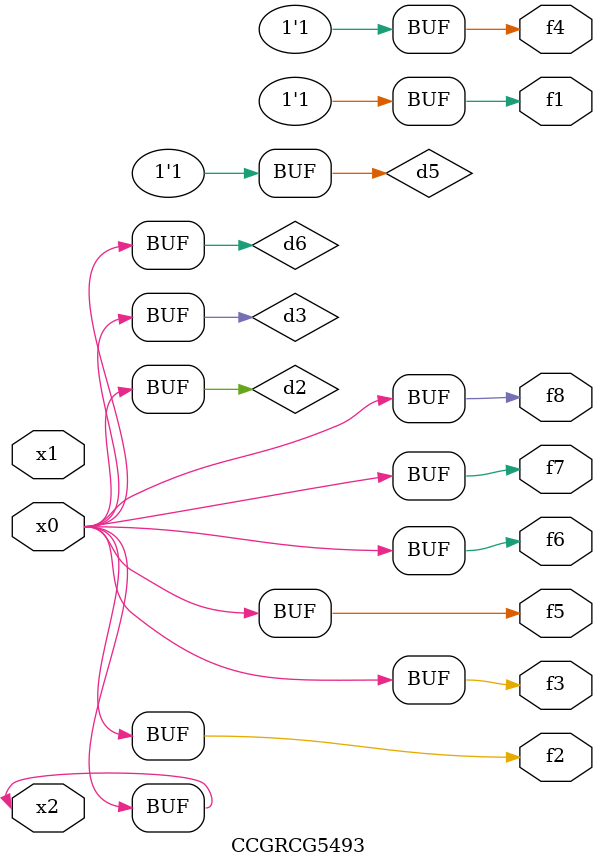
<source format=v>
module CCGRCG5493(
	input x0, x1, x2,
	output f1, f2, f3, f4, f5, f6, f7, f8
);

	wire d1, d2, d3, d4, d5, d6;

	xnor (d1, x2);
	buf (d2, x0, x2);
	and (d3, x0);
	xnor (d4, x1, x2);
	nand (d5, d1, d3);
	buf (d6, d2, d3);
	assign f1 = d5;
	assign f2 = d6;
	assign f3 = d6;
	assign f4 = d5;
	assign f5 = d6;
	assign f6 = d6;
	assign f7 = d6;
	assign f8 = d6;
endmodule

</source>
